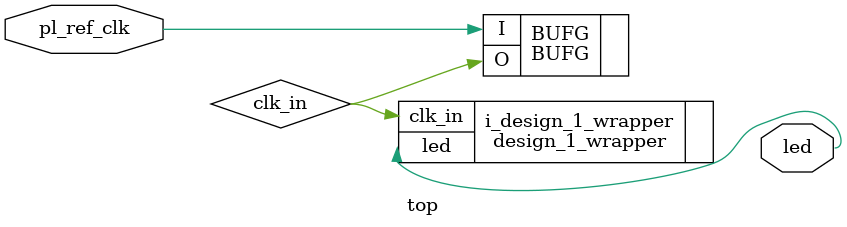
<source format=v>
`timescale 1ns / 1ps


module top(
    input  wire pl_ref_clk ,
    output wire led 
    );
    //INTERNAL VARBALE DECLARATION
    
    //REGS
    BUFG BUFG(
        .I ( pl_ref_clk ) ,
        .O ( clk_in )
    ) ;
    //WIRES
    
    //MAIN CODE
         
    design_1_wrapper i_design_1_wrapper(
        .clk_in ( clk_in ) ,
        .led ( led )
        ) ;
        
endmodule

</source>
